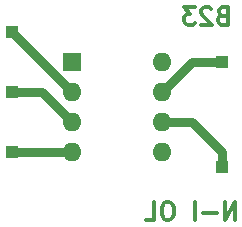
<source format=gbr>
G04 #@! TF.FileFunction,Copper,L2,Bot,Signal*
%FSLAX46Y46*%
G04 Gerber Fmt 4.6, Leading zero omitted, Abs format (unit mm)*
G04 Created by KiCad (PCBNEW 4.0.7) date 01/25/19 00:07:42*
%MOMM*%
%LPD*%
G01*
G04 APERTURE LIST*
%ADD10C,0.100000*%
%ADD11C,0.300000*%
%ADD12R,1.000000X1.000000*%
%ADD13R,1.600000X1.600000*%
%ADD14O,1.600000X1.600000*%
%ADD15C,0.750000*%
G04 APERTURE END LIST*
D10*
D11*
X159888572Y-102278571D02*
X159888572Y-100778571D01*
X159031429Y-102278571D01*
X159031429Y-100778571D01*
X158317143Y-101707143D02*
X157174286Y-101707143D01*
X156460000Y-102278571D02*
X156460000Y-100778571D01*
X154317143Y-100778571D02*
X154031429Y-100778571D01*
X153888571Y-100850000D01*
X153745714Y-100992857D01*
X153674286Y-101278571D01*
X153674286Y-101778571D01*
X153745714Y-102064286D01*
X153888571Y-102207143D01*
X154031429Y-102278571D01*
X154317143Y-102278571D01*
X154460000Y-102207143D01*
X154602857Y-102064286D01*
X154674286Y-101778571D01*
X154674286Y-101278571D01*
X154602857Y-100992857D01*
X154460000Y-100850000D01*
X154317143Y-100778571D01*
X152317142Y-102278571D02*
X153031428Y-102278571D01*
X153031428Y-100778571D01*
X158801428Y-84982857D02*
X158587142Y-85054286D01*
X158515714Y-85125714D01*
X158444285Y-85268571D01*
X158444285Y-85482857D01*
X158515714Y-85625714D01*
X158587142Y-85697143D01*
X158730000Y-85768571D01*
X159301428Y-85768571D01*
X159301428Y-84268571D01*
X158801428Y-84268571D01*
X158658571Y-84340000D01*
X158587142Y-84411429D01*
X158515714Y-84554286D01*
X158515714Y-84697143D01*
X158587142Y-84840000D01*
X158658571Y-84911429D01*
X158801428Y-84982857D01*
X159301428Y-84982857D01*
X157872857Y-84411429D02*
X157801428Y-84340000D01*
X157658571Y-84268571D01*
X157301428Y-84268571D01*
X157158571Y-84340000D01*
X157087142Y-84411429D01*
X157015714Y-84554286D01*
X157015714Y-84697143D01*
X157087142Y-84911429D01*
X157944285Y-85768571D01*
X157015714Y-85768571D01*
X156515714Y-84268571D02*
X155587143Y-84268571D01*
X156087143Y-84840000D01*
X155872857Y-84840000D01*
X155730000Y-84911429D01*
X155658571Y-84982857D01*
X155587143Y-85125714D01*
X155587143Y-85482857D01*
X155658571Y-85625714D01*
X155730000Y-85697143D01*
X155872857Y-85768571D01*
X156301429Y-85768571D01*
X156444286Y-85697143D01*
X156515714Y-85625714D01*
D12*
X158750000Y-88900000D03*
X140970000Y-96520000D03*
X140970000Y-86360000D03*
X140970000Y-91440000D03*
X158750000Y-97790000D03*
D13*
X146050000Y-88900000D03*
D14*
X153670000Y-96520000D03*
X146050000Y-91440000D03*
X153670000Y-93980000D03*
X146050000Y-93980000D03*
X153670000Y-91440000D03*
X146050000Y-96520000D03*
X153670000Y-88900000D03*
D15*
X158750000Y-88900000D02*
X156210000Y-88900000D01*
X156210000Y-88900000D02*
X153670000Y-91440000D01*
X140970000Y-96520000D02*
X146050000Y-96520000D01*
X146050000Y-91440000D02*
X140970000Y-86360000D01*
X140970000Y-91440000D02*
X143510000Y-91440000D01*
X143510000Y-91440000D02*
X146050000Y-93980000D01*
X153670000Y-93980000D02*
X156210000Y-93980000D01*
X158750000Y-96520000D02*
X158750000Y-97790000D01*
X156210000Y-93980000D02*
X158750000Y-96520000D01*
M02*

</source>
